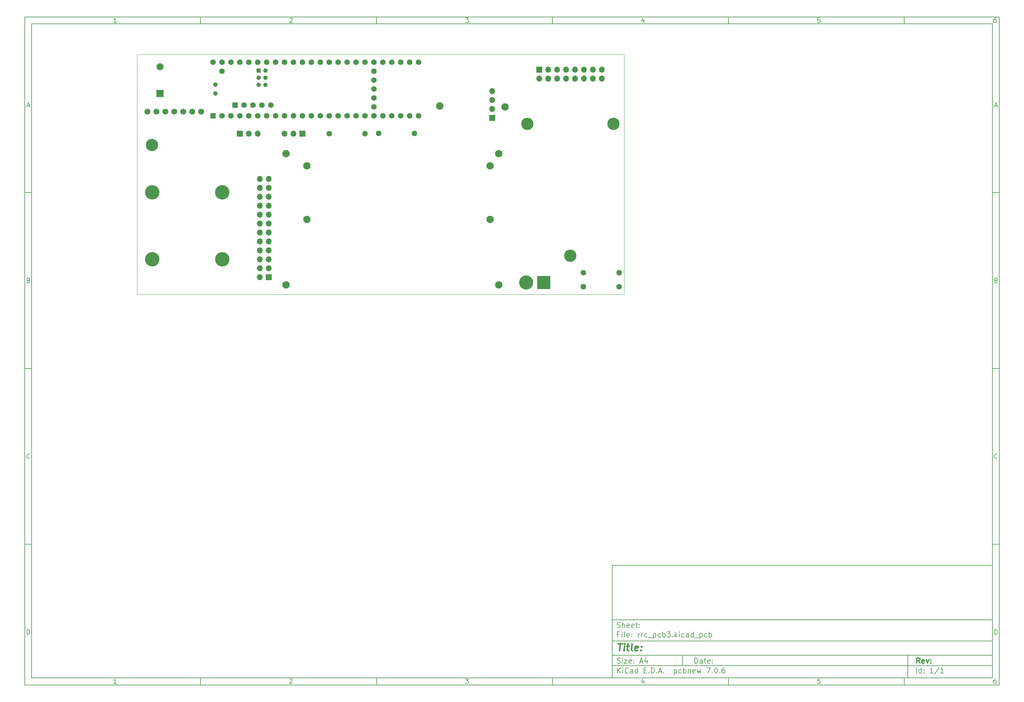
<source format=gbr>
%TF.GenerationSoftware,KiCad,Pcbnew,7.0.6*%
%TF.CreationDate,2023-08-10T16:59:27-04:00*%
%TF.ProjectId,rrc_pcb3,7272635f-7063-4623-932e-6b696361645f,rev?*%
%TF.SameCoordinates,Original*%
%TF.FileFunction,Soldermask,Bot*%
%TF.FilePolarity,Negative*%
%FSLAX46Y46*%
G04 Gerber Fmt 4.6, Leading zero omitted, Abs format (unit mm)*
G04 Created by KiCad (PCBNEW 7.0.6) date 2023-08-10 16:59:27*
%MOMM*%
%LPD*%
G01*
G04 APERTURE LIST*
%ADD10C,0.100000*%
%ADD11C,0.150000*%
%ADD12C,0.300000*%
%ADD13C,0.400000*%
%ADD14C,2.100000*%
%ADD15R,1.700000X1.700000*%
%ADD16O,1.700000X1.700000*%
%ADD17C,4.100000*%
%ADD18O,1.600000X1.600000*%
%ADD19C,1.600000*%
%ADD20C,3.500000*%
%ADD21C,4.000000*%
%ADD22R,3.800000X3.800000*%
%ADD23C,1.300000*%
%ADD24R,1.300000X1.300000*%
%ADD25R,1.600000X1.600000*%
%ADD26C,1.700000*%
%ADD27R,2.000000X2.000000*%
%ADD28C,2.000000*%
%TA.AperFunction,Profile*%
%ADD29C,0.050000*%
%TD*%
G04 APERTURE END LIST*
D10*
D11*
X177002200Y-166007200D02*
X285002200Y-166007200D01*
X285002200Y-198007200D01*
X177002200Y-198007200D01*
X177002200Y-166007200D01*
D10*
D11*
X10000000Y-10000000D02*
X287002200Y-10000000D01*
X287002200Y-200007200D01*
X10000000Y-200007200D01*
X10000000Y-10000000D01*
D10*
D11*
X12000000Y-12000000D02*
X285002200Y-12000000D01*
X285002200Y-198007200D01*
X12000000Y-198007200D01*
X12000000Y-12000000D01*
D10*
D11*
X60000000Y-12000000D02*
X60000000Y-10000000D01*
D10*
D11*
X110000000Y-12000000D02*
X110000000Y-10000000D01*
D10*
D11*
X160000000Y-12000000D02*
X160000000Y-10000000D01*
D10*
D11*
X210000000Y-12000000D02*
X210000000Y-10000000D01*
D10*
D11*
X260000000Y-12000000D02*
X260000000Y-10000000D01*
D10*
D11*
X36089160Y-11593604D02*
X35346303Y-11593604D01*
X35717731Y-11593604D02*
X35717731Y-10293604D01*
X35717731Y-10293604D02*
X35593922Y-10479319D01*
X35593922Y-10479319D02*
X35470112Y-10603128D01*
X35470112Y-10603128D02*
X35346303Y-10665033D01*
D10*
D11*
X85346303Y-10417414D02*
X85408207Y-10355509D01*
X85408207Y-10355509D02*
X85532017Y-10293604D01*
X85532017Y-10293604D02*
X85841541Y-10293604D01*
X85841541Y-10293604D02*
X85965350Y-10355509D01*
X85965350Y-10355509D02*
X86027255Y-10417414D01*
X86027255Y-10417414D02*
X86089160Y-10541223D01*
X86089160Y-10541223D02*
X86089160Y-10665033D01*
X86089160Y-10665033D02*
X86027255Y-10850747D01*
X86027255Y-10850747D02*
X85284398Y-11593604D01*
X85284398Y-11593604D02*
X86089160Y-11593604D01*
D10*
D11*
X135284398Y-10293604D02*
X136089160Y-10293604D01*
X136089160Y-10293604D02*
X135655826Y-10788842D01*
X135655826Y-10788842D02*
X135841541Y-10788842D01*
X135841541Y-10788842D02*
X135965350Y-10850747D01*
X135965350Y-10850747D02*
X136027255Y-10912652D01*
X136027255Y-10912652D02*
X136089160Y-11036461D01*
X136089160Y-11036461D02*
X136089160Y-11345985D01*
X136089160Y-11345985D02*
X136027255Y-11469795D01*
X136027255Y-11469795D02*
X135965350Y-11531700D01*
X135965350Y-11531700D02*
X135841541Y-11593604D01*
X135841541Y-11593604D02*
X135470112Y-11593604D01*
X135470112Y-11593604D02*
X135346303Y-11531700D01*
X135346303Y-11531700D02*
X135284398Y-11469795D01*
D10*
D11*
X185965350Y-10726938D02*
X185965350Y-11593604D01*
X185655826Y-10231700D02*
X185346303Y-11160271D01*
X185346303Y-11160271D02*
X186151064Y-11160271D01*
D10*
D11*
X236027255Y-10293604D02*
X235408207Y-10293604D01*
X235408207Y-10293604D02*
X235346303Y-10912652D01*
X235346303Y-10912652D02*
X235408207Y-10850747D01*
X235408207Y-10850747D02*
X235532017Y-10788842D01*
X235532017Y-10788842D02*
X235841541Y-10788842D01*
X235841541Y-10788842D02*
X235965350Y-10850747D01*
X235965350Y-10850747D02*
X236027255Y-10912652D01*
X236027255Y-10912652D02*
X236089160Y-11036461D01*
X236089160Y-11036461D02*
X236089160Y-11345985D01*
X236089160Y-11345985D02*
X236027255Y-11469795D01*
X236027255Y-11469795D02*
X235965350Y-11531700D01*
X235965350Y-11531700D02*
X235841541Y-11593604D01*
X235841541Y-11593604D02*
X235532017Y-11593604D01*
X235532017Y-11593604D02*
X235408207Y-11531700D01*
X235408207Y-11531700D02*
X235346303Y-11469795D01*
D10*
D11*
X285965350Y-10293604D02*
X285717731Y-10293604D01*
X285717731Y-10293604D02*
X285593922Y-10355509D01*
X285593922Y-10355509D02*
X285532017Y-10417414D01*
X285532017Y-10417414D02*
X285408207Y-10603128D01*
X285408207Y-10603128D02*
X285346303Y-10850747D01*
X285346303Y-10850747D02*
X285346303Y-11345985D01*
X285346303Y-11345985D02*
X285408207Y-11469795D01*
X285408207Y-11469795D02*
X285470112Y-11531700D01*
X285470112Y-11531700D02*
X285593922Y-11593604D01*
X285593922Y-11593604D02*
X285841541Y-11593604D01*
X285841541Y-11593604D02*
X285965350Y-11531700D01*
X285965350Y-11531700D02*
X286027255Y-11469795D01*
X286027255Y-11469795D02*
X286089160Y-11345985D01*
X286089160Y-11345985D02*
X286089160Y-11036461D01*
X286089160Y-11036461D02*
X286027255Y-10912652D01*
X286027255Y-10912652D02*
X285965350Y-10850747D01*
X285965350Y-10850747D02*
X285841541Y-10788842D01*
X285841541Y-10788842D02*
X285593922Y-10788842D01*
X285593922Y-10788842D02*
X285470112Y-10850747D01*
X285470112Y-10850747D02*
X285408207Y-10912652D01*
X285408207Y-10912652D02*
X285346303Y-11036461D01*
D10*
D11*
X60000000Y-198007200D02*
X60000000Y-200007200D01*
D10*
D11*
X110000000Y-198007200D02*
X110000000Y-200007200D01*
D10*
D11*
X160000000Y-198007200D02*
X160000000Y-200007200D01*
D10*
D11*
X210000000Y-198007200D02*
X210000000Y-200007200D01*
D10*
D11*
X260000000Y-198007200D02*
X260000000Y-200007200D01*
D10*
D11*
X36089160Y-199600804D02*
X35346303Y-199600804D01*
X35717731Y-199600804D02*
X35717731Y-198300804D01*
X35717731Y-198300804D02*
X35593922Y-198486519D01*
X35593922Y-198486519D02*
X35470112Y-198610328D01*
X35470112Y-198610328D02*
X35346303Y-198672233D01*
D10*
D11*
X85346303Y-198424614D02*
X85408207Y-198362709D01*
X85408207Y-198362709D02*
X85532017Y-198300804D01*
X85532017Y-198300804D02*
X85841541Y-198300804D01*
X85841541Y-198300804D02*
X85965350Y-198362709D01*
X85965350Y-198362709D02*
X86027255Y-198424614D01*
X86027255Y-198424614D02*
X86089160Y-198548423D01*
X86089160Y-198548423D02*
X86089160Y-198672233D01*
X86089160Y-198672233D02*
X86027255Y-198857947D01*
X86027255Y-198857947D02*
X85284398Y-199600804D01*
X85284398Y-199600804D02*
X86089160Y-199600804D01*
D10*
D11*
X135284398Y-198300804D02*
X136089160Y-198300804D01*
X136089160Y-198300804D02*
X135655826Y-198796042D01*
X135655826Y-198796042D02*
X135841541Y-198796042D01*
X135841541Y-198796042D02*
X135965350Y-198857947D01*
X135965350Y-198857947D02*
X136027255Y-198919852D01*
X136027255Y-198919852D02*
X136089160Y-199043661D01*
X136089160Y-199043661D02*
X136089160Y-199353185D01*
X136089160Y-199353185D02*
X136027255Y-199476995D01*
X136027255Y-199476995D02*
X135965350Y-199538900D01*
X135965350Y-199538900D02*
X135841541Y-199600804D01*
X135841541Y-199600804D02*
X135470112Y-199600804D01*
X135470112Y-199600804D02*
X135346303Y-199538900D01*
X135346303Y-199538900D02*
X135284398Y-199476995D01*
D10*
D11*
X185965350Y-198734138D02*
X185965350Y-199600804D01*
X185655826Y-198238900D02*
X185346303Y-199167471D01*
X185346303Y-199167471D02*
X186151064Y-199167471D01*
D10*
D11*
X236027255Y-198300804D02*
X235408207Y-198300804D01*
X235408207Y-198300804D02*
X235346303Y-198919852D01*
X235346303Y-198919852D02*
X235408207Y-198857947D01*
X235408207Y-198857947D02*
X235532017Y-198796042D01*
X235532017Y-198796042D02*
X235841541Y-198796042D01*
X235841541Y-198796042D02*
X235965350Y-198857947D01*
X235965350Y-198857947D02*
X236027255Y-198919852D01*
X236027255Y-198919852D02*
X236089160Y-199043661D01*
X236089160Y-199043661D02*
X236089160Y-199353185D01*
X236089160Y-199353185D02*
X236027255Y-199476995D01*
X236027255Y-199476995D02*
X235965350Y-199538900D01*
X235965350Y-199538900D02*
X235841541Y-199600804D01*
X235841541Y-199600804D02*
X235532017Y-199600804D01*
X235532017Y-199600804D02*
X235408207Y-199538900D01*
X235408207Y-199538900D02*
X235346303Y-199476995D01*
D10*
D11*
X285965350Y-198300804D02*
X285717731Y-198300804D01*
X285717731Y-198300804D02*
X285593922Y-198362709D01*
X285593922Y-198362709D02*
X285532017Y-198424614D01*
X285532017Y-198424614D02*
X285408207Y-198610328D01*
X285408207Y-198610328D02*
X285346303Y-198857947D01*
X285346303Y-198857947D02*
X285346303Y-199353185D01*
X285346303Y-199353185D02*
X285408207Y-199476995D01*
X285408207Y-199476995D02*
X285470112Y-199538900D01*
X285470112Y-199538900D02*
X285593922Y-199600804D01*
X285593922Y-199600804D02*
X285841541Y-199600804D01*
X285841541Y-199600804D02*
X285965350Y-199538900D01*
X285965350Y-199538900D02*
X286027255Y-199476995D01*
X286027255Y-199476995D02*
X286089160Y-199353185D01*
X286089160Y-199353185D02*
X286089160Y-199043661D01*
X286089160Y-199043661D02*
X286027255Y-198919852D01*
X286027255Y-198919852D02*
X285965350Y-198857947D01*
X285965350Y-198857947D02*
X285841541Y-198796042D01*
X285841541Y-198796042D02*
X285593922Y-198796042D01*
X285593922Y-198796042D02*
X285470112Y-198857947D01*
X285470112Y-198857947D02*
X285408207Y-198919852D01*
X285408207Y-198919852D02*
X285346303Y-199043661D01*
D10*
D11*
X10000000Y-60000000D02*
X12000000Y-60000000D01*
D10*
D11*
X10000000Y-110000000D02*
X12000000Y-110000000D01*
D10*
D11*
X10000000Y-160000000D02*
X12000000Y-160000000D01*
D10*
D11*
X10690476Y-35222176D02*
X11309523Y-35222176D01*
X10566666Y-35593604D02*
X10999999Y-34293604D01*
X10999999Y-34293604D02*
X11433333Y-35593604D01*
D10*
D11*
X11092857Y-84912652D02*
X11278571Y-84974557D01*
X11278571Y-84974557D02*
X11340476Y-85036461D01*
X11340476Y-85036461D02*
X11402380Y-85160271D01*
X11402380Y-85160271D02*
X11402380Y-85345985D01*
X11402380Y-85345985D02*
X11340476Y-85469795D01*
X11340476Y-85469795D02*
X11278571Y-85531700D01*
X11278571Y-85531700D02*
X11154761Y-85593604D01*
X11154761Y-85593604D02*
X10659523Y-85593604D01*
X10659523Y-85593604D02*
X10659523Y-84293604D01*
X10659523Y-84293604D02*
X11092857Y-84293604D01*
X11092857Y-84293604D02*
X11216666Y-84355509D01*
X11216666Y-84355509D02*
X11278571Y-84417414D01*
X11278571Y-84417414D02*
X11340476Y-84541223D01*
X11340476Y-84541223D02*
X11340476Y-84665033D01*
X11340476Y-84665033D02*
X11278571Y-84788842D01*
X11278571Y-84788842D02*
X11216666Y-84850747D01*
X11216666Y-84850747D02*
X11092857Y-84912652D01*
X11092857Y-84912652D02*
X10659523Y-84912652D01*
D10*
D11*
X11402380Y-135469795D02*
X11340476Y-135531700D01*
X11340476Y-135531700D02*
X11154761Y-135593604D01*
X11154761Y-135593604D02*
X11030952Y-135593604D01*
X11030952Y-135593604D02*
X10845238Y-135531700D01*
X10845238Y-135531700D02*
X10721428Y-135407890D01*
X10721428Y-135407890D02*
X10659523Y-135284080D01*
X10659523Y-135284080D02*
X10597619Y-135036461D01*
X10597619Y-135036461D02*
X10597619Y-134850747D01*
X10597619Y-134850747D02*
X10659523Y-134603128D01*
X10659523Y-134603128D02*
X10721428Y-134479319D01*
X10721428Y-134479319D02*
X10845238Y-134355509D01*
X10845238Y-134355509D02*
X11030952Y-134293604D01*
X11030952Y-134293604D02*
X11154761Y-134293604D01*
X11154761Y-134293604D02*
X11340476Y-134355509D01*
X11340476Y-134355509D02*
X11402380Y-134417414D01*
D10*
D11*
X10659523Y-185593604D02*
X10659523Y-184293604D01*
X10659523Y-184293604D02*
X10969047Y-184293604D01*
X10969047Y-184293604D02*
X11154761Y-184355509D01*
X11154761Y-184355509D02*
X11278571Y-184479319D01*
X11278571Y-184479319D02*
X11340476Y-184603128D01*
X11340476Y-184603128D02*
X11402380Y-184850747D01*
X11402380Y-184850747D02*
X11402380Y-185036461D01*
X11402380Y-185036461D02*
X11340476Y-185284080D01*
X11340476Y-185284080D02*
X11278571Y-185407890D01*
X11278571Y-185407890D02*
X11154761Y-185531700D01*
X11154761Y-185531700D02*
X10969047Y-185593604D01*
X10969047Y-185593604D02*
X10659523Y-185593604D01*
D10*
D11*
X287002200Y-60000000D02*
X285002200Y-60000000D01*
D10*
D11*
X287002200Y-110000000D02*
X285002200Y-110000000D01*
D10*
D11*
X287002200Y-160000000D02*
X285002200Y-160000000D01*
D10*
D11*
X285692676Y-35222176D02*
X286311723Y-35222176D01*
X285568866Y-35593604D02*
X286002199Y-34293604D01*
X286002199Y-34293604D02*
X286435533Y-35593604D01*
D10*
D11*
X286095057Y-84912652D02*
X286280771Y-84974557D01*
X286280771Y-84974557D02*
X286342676Y-85036461D01*
X286342676Y-85036461D02*
X286404580Y-85160271D01*
X286404580Y-85160271D02*
X286404580Y-85345985D01*
X286404580Y-85345985D02*
X286342676Y-85469795D01*
X286342676Y-85469795D02*
X286280771Y-85531700D01*
X286280771Y-85531700D02*
X286156961Y-85593604D01*
X286156961Y-85593604D02*
X285661723Y-85593604D01*
X285661723Y-85593604D02*
X285661723Y-84293604D01*
X285661723Y-84293604D02*
X286095057Y-84293604D01*
X286095057Y-84293604D02*
X286218866Y-84355509D01*
X286218866Y-84355509D02*
X286280771Y-84417414D01*
X286280771Y-84417414D02*
X286342676Y-84541223D01*
X286342676Y-84541223D02*
X286342676Y-84665033D01*
X286342676Y-84665033D02*
X286280771Y-84788842D01*
X286280771Y-84788842D02*
X286218866Y-84850747D01*
X286218866Y-84850747D02*
X286095057Y-84912652D01*
X286095057Y-84912652D02*
X285661723Y-84912652D01*
D10*
D11*
X286404580Y-135469795D02*
X286342676Y-135531700D01*
X286342676Y-135531700D02*
X286156961Y-135593604D01*
X286156961Y-135593604D02*
X286033152Y-135593604D01*
X286033152Y-135593604D02*
X285847438Y-135531700D01*
X285847438Y-135531700D02*
X285723628Y-135407890D01*
X285723628Y-135407890D02*
X285661723Y-135284080D01*
X285661723Y-135284080D02*
X285599819Y-135036461D01*
X285599819Y-135036461D02*
X285599819Y-134850747D01*
X285599819Y-134850747D02*
X285661723Y-134603128D01*
X285661723Y-134603128D02*
X285723628Y-134479319D01*
X285723628Y-134479319D02*
X285847438Y-134355509D01*
X285847438Y-134355509D02*
X286033152Y-134293604D01*
X286033152Y-134293604D02*
X286156961Y-134293604D01*
X286156961Y-134293604D02*
X286342676Y-134355509D01*
X286342676Y-134355509D02*
X286404580Y-134417414D01*
D10*
D11*
X285661723Y-185593604D02*
X285661723Y-184293604D01*
X285661723Y-184293604D02*
X285971247Y-184293604D01*
X285971247Y-184293604D02*
X286156961Y-184355509D01*
X286156961Y-184355509D02*
X286280771Y-184479319D01*
X286280771Y-184479319D02*
X286342676Y-184603128D01*
X286342676Y-184603128D02*
X286404580Y-184850747D01*
X286404580Y-184850747D02*
X286404580Y-185036461D01*
X286404580Y-185036461D02*
X286342676Y-185284080D01*
X286342676Y-185284080D02*
X286280771Y-185407890D01*
X286280771Y-185407890D02*
X286156961Y-185531700D01*
X286156961Y-185531700D02*
X285971247Y-185593604D01*
X285971247Y-185593604D02*
X285661723Y-185593604D01*
D10*
D11*
X200458026Y-193793328D02*
X200458026Y-192293328D01*
X200458026Y-192293328D02*
X200815169Y-192293328D01*
X200815169Y-192293328D02*
X201029455Y-192364757D01*
X201029455Y-192364757D02*
X201172312Y-192507614D01*
X201172312Y-192507614D02*
X201243741Y-192650471D01*
X201243741Y-192650471D02*
X201315169Y-192936185D01*
X201315169Y-192936185D02*
X201315169Y-193150471D01*
X201315169Y-193150471D02*
X201243741Y-193436185D01*
X201243741Y-193436185D02*
X201172312Y-193579042D01*
X201172312Y-193579042D02*
X201029455Y-193721900D01*
X201029455Y-193721900D02*
X200815169Y-193793328D01*
X200815169Y-193793328D02*
X200458026Y-193793328D01*
X202600884Y-193793328D02*
X202600884Y-193007614D01*
X202600884Y-193007614D02*
X202529455Y-192864757D01*
X202529455Y-192864757D02*
X202386598Y-192793328D01*
X202386598Y-192793328D02*
X202100884Y-192793328D01*
X202100884Y-192793328D02*
X201958026Y-192864757D01*
X202600884Y-193721900D02*
X202458026Y-193793328D01*
X202458026Y-193793328D02*
X202100884Y-193793328D01*
X202100884Y-193793328D02*
X201958026Y-193721900D01*
X201958026Y-193721900D02*
X201886598Y-193579042D01*
X201886598Y-193579042D02*
X201886598Y-193436185D01*
X201886598Y-193436185D02*
X201958026Y-193293328D01*
X201958026Y-193293328D02*
X202100884Y-193221900D01*
X202100884Y-193221900D02*
X202458026Y-193221900D01*
X202458026Y-193221900D02*
X202600884Y-193150471D01*
X203100884Y-192793328D02*
X203672312Y-192793328D01*
X203315169Y-192293328D02*
X203315169Y-193579042D01*
X203315169Y-193579042D02*
X203386598Y-193721900D01*
X203386598Y-193721900D02*
X203529455Y-193793328D01*
X203529455Y-193793328D02*
X203672312Y-193793328D01*
X204743741Y-193721900D02*
X204600884Y-193793328D01*
X204600884Y-193793328D02*
X204315170Y-193793328D01*
X204315170Y-193793328D02*
X204172312Y-193721900D01*
X204172312Y-193721900D02*
X204100884Y-193579042D01*
X204100884Y-193579042D02*
X204100884Y-193007614D01*
X204100884Y-193007614D02*
X204172312Y-192864757D01*
X204172312Y-192864757D02*
X204315170Y-192793328D01*
X204315170Y-192793328D02*
X204600884Y-192793328D01*
X204600884Y-192793328D02*
X204743741Y-192864757D01*
X204743741Y-192864757D02*
X204815170Y-193007614D01*
X204815170Y-193007614D02*
X204815170Y-193150471D01*
X204815170Y-193150471D02*
X204100884Y-193293328D01*
X205458026Y-193650471D02*
X205529455Y-193721900D01*
X205529455Y-193721900D02*
X205458026Y-193793328D01*
X205458026Y-193793328D02*
X205386598Y-193721900D01*
X205386598Y-193721900D02*
X205458026Y-193650471D01*
X205458026Y-193650471D02*
X205458026Y-193793328D01*
X205458026Y-192864757D02*
X205529455Y-192936185D01*
X205529455Y-192936185D02*
X205458026Y-193007614D01*
X205458026Y-193007614D02*
X205386598Y-192936185D01*
X205386598Y-192936185D02*
X205458026Y-192864757D01*
X205458026Y-192864757D02*
X205458026Y-193007614D01*
D10*
D11*
X177002200Y-194507200D02*
X285002200Y-194507200D01*
D10*
D11*
X178458026Y-196593328D02*
X178458026Y-195093328D01*
X179315169Y-196593328D02*
X178672312Y-195736185D01*
X179315169Y-195093328D02*
X178458026Y-195950471D01*
X179958026Y-196593328D02*
X179958026Y-195593328D01*
X179958026Y-195093328D02*
X179886598Y-195164757D01*
X179886598Y-195164757D02*
X179958026Y-195236185D01*
X179958026Y-195236185D02*
X180029455Y-195164757D01*
X180029455Y-195164757D02*
X179958026Y-195093328D01*
X179958026Y-195093328D02*
X179958026Y-195236185D01*
X181529455Y-196450471D02*
X181458027Y-196521900D01*
X181458027Y-196521900D02*
X181243741Y-196593328D01*
X181243741Y-196593328D02*
X181100884Y-196593328D01*
X181100884Y-196593328D02*
X180886598Y-196521900D01*
X180886598Y-196521900D02*
X180743741Y-196379042D01*
X180743741Y-196379042D02*
X180672312Y-196236185D01*
X180672312Y-196236185D02*
X180600884Y-195950471D01*
X180600884Y-195950471D02*
X180600884Y-195736185D01*
X180600884Y-195736185D02*
X180672312Y-195450471D01*
X180672312Y-195450471D02*
X180743741Y-195307614D01*
X180743741Y-195307614D02*
X180886598Y-195164757D01*
X180886598Y-195164757D02*
X181100884Y-195093328D01*
X181100884Y-195093328D02*
X181243741Y-195093328D01*
X181243741Y-195093328D02*
X181458027Y-195164757D01*
X181458027Y-195164757D02*
X181529455Y-195236185D01*
X182815170Y-196593328D02*
X182815170Y-195807614D01*
X182815170Y-195807614D02*
X182743741Y-195664757D01*
X182743741Y-195664757D02*
X182600884Y-195593328D01*
X182600884Y-195593328D02*
X182315170Y-195593328D01*
X182315170Y-195593328D02*
X182172312Y-195664757D01*
X182815170Y-196521900D02*
X182672312Y-196593328D01*
X182672312Y-196593328D02*
X182315170Y-196593328D01*
X182315170Y-196593328D02*
X182172312Y-196521900D01*
X182172312Y-196521900D02*
X182100884Y-196379042D01*
X182100884Y-196379042D02*
X182100884Y-196236185D01*
X182100884Y-196236185D02*
X182172312Y-196093328D01*
X182172312Y-196093328D02*
X182315170Y-196021900D01*
X182315170Y-196021900D02*
X182672312Y-196021900D01*
X182672312Y-196021900D02*
X182815170Y-195950471D01*
X184172313Y-196593328D02*
X184172313Y-195093328D01*
X184172313Y-196521900D02*
X184029455Y-196593328D01*
X184029455Y-196593328D02*
X183743741Y-196593328D01*
X183743741Y-196593328D02*
X183600884Y-196521900D01*
X183600884Y-196521900D02*
X183529455Y-196450471D01*
X183529455Y-196450471D02*
X183458027Y-196307614D01*
X183458027Y-196307614D02*
X183458027Y-195879042D01*
X183458027Y-195879042D02*
X183529455Y-195736185D01*
X183529455Y-195736185D02*
X183600884Y-195664757D01*
X183600884Y-195664757D02*
X183743741Y-195593328D01*
X183743741Y-195593328D02*
X184029455Y-195593328D01*
X184029455Y-195593328D02*
X184172313Y-195664757D01*
X186029455Y-195807614D02*
X186529455Y-195807614D01*
X186743741Y-196593328D02*
X186029455Y-196593328D01*
X186029455Y-196593328D02*
X186029455Y-195093328D01*
X186029455Y-195093328D02*
X186743741Y-195093328D01*
X187386598Y-196450471D02*
X187458027Y-196521900D01*
X187458027Y-196521900D02*
X187386598Y-196593328D01*
X187386598Y-196593328D02*
X187315170Y-196521900D01*
X187315170Y-196521900D02*
X187386598Y-196450471D01*
X187386598Y-196450471D02*
X187386598Y-196593328D01*
X188100884Y-196593328D02*
X188100884Y-195093328D01*
X188100884Y-195093328D02*
X188458027Y-195093328D01*
X188458027Y-195093328D02*
X188672313Y-195164757D01*
X188672313Y-195164757D02*
X188815170Y-195307614D01*
X188815170Y-195307614D02*
X188886599Y-195450471D01*
X188886599Y-195450471D02*
X188958027Y-195736185D01*
X188958027Y-195736185D02*
X188958027Y-195950471D01*
X188958027Y-195950471D02*
X188886599Y-196236185D01*
X188886599Y-196236185D02*
X188815170Y-196379042D01*
X188815170Y-196379042D02*
X188672313Y-196521900D01*
X188672313Y-196521900D02*
X188458027Y-196593328D01*
X188458027Y-196593328D02*
X188100884Y-196593328D01*
X189600884Y-196450471D02*
X189672313Y-196521900D01*
X189672313Y-196521900D02*
X189600884Y-196593328D01*
X189600884Y-196593328D02*
X189529456Y-196521900D01*
X189529456Y-196521900D02*
X189600884Y-196450471D01*
X189600884Y-196450471D02*
X189600884Y-196593328D01*
X190243742Y-196164757D02*
X190958028Y-196164757D01*
X190100885Y-196593328D02*
X190600885Y-195093328D01*
X190600885Y-195093328D02*
X191100885Y-196593328D01*
X191600884Y-196450471D02*
X191672313Y-196521900D01*
X191672313Y-196521900D02*
X191600884Y-196593328D01*
X191600884Y-196593328D02*
X191529456Y-196521900D01*
X191529456Y-196521900D02*
X191600884Y-196450471D01*
X191600884Y-196450471D02*
X191600884Y-196593328D01*
X194600884Y-195593328D02*
X194600884Y-197093328D01*
X194600884Y-195664757D02*
X194743742Y-195593328D01*
X194743742Y-195593328D02*
X195029456Y-195593328D01*
X195029456Y-195593328D02*
X195172313Y-195664757D01*
X195172313Y-195664757D02*
X195243742Y-195736185D01*
X195243742Y-195736185D02*
X195315170Y-195879042D01*
X195315170Y-195879042D02*
X195315170Y-196307614D01*
X195315170Y-196307614D02*
X195243742Y-196450471D01*
X195243742Y-196450471D02*
X195172313Y-196521900D01*
X195172313Y-196521900D02*
X195029456Y-196593328D01*
X195029456Y-196593328D02*
X194743742Y-196593328D01*
X194743742Y-196593328D02*
X194600884Y-196521900D01*
X196600885Y-196521900D02*
X196458027Y-196593328D01*
X196458027Y-196593328D02*
X196172313Y-196593328D01*
X196172313Y-196593328D02*
X196029456Y-196521900D01*
X196029456Y-196521900D02*
X195958027Y-196450471D01*
X195958027Y-196450471D02*
X195886599Y-196307614D01*
X195886599Y-196307614D02*
X195886599Y-195879042D01*
X195886599Y-195879042D02*
X195958027Y-195736185D01*
X195958027Y-195736185D02*
X196029456Y-195664757D01*
X196029456Y-195664757D02*
X196172313Y-195593328D01*
X196172313Y-195593328D02*
X196458027Y-195593328D01*
X196458027Y-195593328D02*
X196600885Y-195664757D01*
X197243741Y-196593328D02*
X197243741Y-195093328D01*
X197243741Y-195664757D02*
X197386599Y-195593328D01*
X197386599Y-195593328D02*
X197672313Y-195593328D01*
X197672313Y-195593328D02*
X197815170Y-195664757D01*
X197815170Y-195664757D02*
X197886599Y-195736185D01*
X197886599Y-195736185D02*
X197958027Y-195879042D01*
X197958027Y-195879042D02*
X197958027Y-196307614D01*
X197958027Y-196307614D02*
X197886599Y-196450471D01*
X197886599Y-196450471D02*
X197815170Y-196521900D01*
X197815170Y-196521900D02*
X197672313Y-196593328D01*
X197672313Y-196593328D02*
X197386599Y-196593328D01*
X197386599Y-196593328D02*
X197243741Y-196521900D01*
X198600884Y-195593328D02*
X198600884Y-196593328D01*
X198600884Y-195736185D02*
X198672313Y-195664757D01*
X198672313Y-195664757D02*
X198815170Y-195593328D01*
X198815170Y-195593328D02*
X199029456Y-195593328D01*
X199029456Y-195593328D02*
X199172313Y-195664757D01*
X199172313Y-195664757D02*
X199243742Y-195807614D01*
X199243742Y-195807614D02*
X199243742Y-196593328D01*
X200529456Y-196521900D02*
X200386599Y-196593328D01*
X200386599Y-196593328D02*
X200100885Y-196593328D01*
X200100885Y-196593328D02*
X199958027Y-196521900D01*
X199958027Y-196521900D02*
X199886599Y-196379042D01*
X199886599Y-196379042D02*
X199886599Y-195807614D01*
X199886599Y-195807614D02*
X199958027Y-195664757D01*
X199958027Y-195664757D02*
X200100885Y-195593328D01*
X200100885Y-195593328D02*
X200386599Y-195593328D01*
X200386599Y-195593328D02*
X200529456Y-195664757D01*
X200529456Y-195664757D02*
X200600885Y-195807614D01*
X200600885Y-195807614D02*
X200600885Y-195950471D01*
X200600885Y-195950471D02*
X199886599Y-196093328D01*
X201100884Y-195593328D02*
X201386599Y-196593328D01*
X201386599Y-196593328D02*
X201672313Y-195879042D01*
X201672313Y-195879042D02*
X201958027Y-196593328D01*
X201958027Y-196593328D02*
X202243741Y-195593328D01*
X203815170Y-195093328D02*
X204815170Y-195093328D01*
X204815170Y-195093328D02*
X204172313Y-196593328D01*
X205386598Y-196450471D02*
X205458027Y-196521900D01*
X205458027Y-196521900D02*
X205386598Y-196593328D01*
X205386598Y-196593328D02*
X205315170Y-196521900D01*
X205315170Y-196521900D02*
X205386598Y-196450471D01*
X205386598Y-196450471D02*
X205386598Y-196593328D01*
X206386599Y-195093328D02*
X206529456Y-195093328D01*
X206529456Y-195093328D02*
X206672313Y-195164757D01*
X206672313Y-195164757D02*
X206743742Y-195236185D01*
X206743742Y-195236185D02*
X206815170Y-195379042D01*
X206815170Y-195379042D02*
X206886599Y-195664757D01*
X206886599Y-195664757D02*
X206886599Y-196021900D01*
X206886599Y-196021900D02*
X206815170Y-196307614D01*
X206815170Y-196307614D02*
X206743742Y-196450471D01*
X206743742Y-196450471D02*
X206672313Y-196521900D01*
X206672313Y-196521900D02*
X206529456Y-196593328D01*
X206529456Y-196593328D02*
X206386599Y-196593328D01*
X206386599Y-196593328D02*
X206243742Y-196521900D01*
X206243742Y-196521900D02*
X206172313Y-196450471D01*
X206172313Y-196450471D02*
X206100884Y-196307614D01*
X206100884Y-196307614D02*
X206029456Y-196021900D01*
X206029456Y-196021900D02*
X206029456Y-195664757D01*
X206029456Y-195664757D02*
X206100884Y-195379042D01*
X206100884Y-195379042D02*
X206172313Y-195236185D01*
X206172313Y-195236185D02*
X206243742Y-195164757D01*
X206243742Y-195164757D02*
X206386599Y-195093328D01*
X207529455Y-196450471D02*
X207600884Y-196521900D01*
X207600884Y-196521900D02*
X207529455Y-196593328D01*
X207529455Y-196593328D02*
X207458027Y-196521900D01*
X207458027Y-196521900D02*
X207529455Y-196450471D01*
X207529455Y-196450471D02*
X207529455Y-196593328D01*
X208886599Y-195093328D02*
X208600884Y-195093328D01*
X208600884Y-195093328D02*
X208458027Y-195164757D01*
X208458027Y-195164757D02*
X208386599Y-195236185D01*
X208386599Y-195236185D02*
X208243741Y-195450471D01*
X208243741Y-195450471D02*
X208172313Y-195736185D01*
X208172313Y-195736185D02*
X208172313Y-196307614D01*
X208172313Y-196307614D02*
X208243741Y-196450471D01*
X208243741Y-196450471D02*
X208315170Y-196521900D01*
X208315170Y-196521900D02*
X208458027Y-196593328D01*
X208458027Y-196593328D02*
X208743741Y-196593328D01*
X208743741Y-196593328D02*
X208886599Y-196521900D01*
X208886599Y-196521900D02*
X208958027Y-196450471D01*
X208958027Y-196450471D02*
X209029456Y-196307614D01*
X209029456Y-196307614D02*
X209029456Y-195950471D01*
X209029456Y-195950471D02*
X208958027Y-195807614D01*
X208958027Y-195807614D02*
X208886599Y-195736185D01*
X208886599Y-195736185D02*
X208743741Y-195664757D01*
X208743741Y-195664757D02*
X208458027Y-195664757D01*
X208458027Y-195664757D02*
X208315170Y-195736185D01*
X208315170Y-195736185D02*
X208243741Y-195807614D01*
X208243741Y-195807614D02*
X208172313Y-195950471D01*
D10*
D11*
X177002200Y-191507200D02*
X285002200Y-191507200D01*
D10*
D12*
X264413853Y-193785528D02*
X263913853Y-193071242D01*
X263556710Y-193785528D02*
X263556710Y-192285528D01*
X263556710Y-192285528D02*
X264128139Y-192285528D01*
X264128139Y-192285528D02*
X264270996Y-192356957D01*
X264270996Y-192356957D02*
X264342425Y-192428385D01*
X264342425Y-192428385D02*
X264413853Y-192571242D01*
X264413853Y-192571242D02*
X264413853Y-192785528D01*
X264413853Y-192785528D02*
X264342425Y-192928385D01*
X264342425Y-192928385D02*
X264270996Y-192999814D01*
X264270996Y-192999814D02*
X264128139Y-193071242D01*
X264128139Y-193071242D02*
X263556710Y-193071242D01*
X265628139Y-193714100D02*
X265485282Y-193785528D01*
X265485282Y-193785528D02*
X265199568Y-193785528D01*
X265199568Y-193785528D02*
X265056710Y-193714100D01*
X265056710Y-193714100D02*
X264985282Y-193571242D01*
X264985282Y-193571242D02*
X264985282Y-192999814D01*
X264985282Y-192999814D02*
X265056710Y-192856957D01*
X265056710Y-192856957D02*
X265199568Y-192785528D01*
X265199568Y-192785528D02*
X265485282Y-192785528D01*
X265485282Y-192785528D02*
X265628139Y-192856957D01*
X265628139Y-192856957D02*
X265699568Y-192999814D01*
X265699568Y-192999814D02*
X265699568Y-193142671D01*
X265699568Y-193142671D02*
X264985282Y-193285528D01*
X266199567Y-192785528D02*
X266556710Y-193785528D01*
X266556710Y-193785528D02*
X266913853Y-192785528D01*
X267485281Y-193642671D02*
X267556710Y-193714100D01*
X267556710Y-193714100D02*
X267485281Y-193785528D01*
X267485281Y-193785528D02*
X267413853Y-193714100D01*
X267413853Y-193714100D02*
X267485281Y-193642671D01*
X267485281Y-193642671D02*
X267485281Y-193785528D01*
X267485281Y-192856957D02*
X267556710Y-192928385D01*
X267556710Y-192928385D02*
X267485281Y-192999814D01*
X267485281Y-192999814D02*
X267413853Y-192928385D01*
X267413853Y-192928385D02*
X267485281Y-192856957D01*
X267485281Y-192856957D02*
X267485281Y-192999814D01*
D10*
D11*
X178386598Y-193721900D02*
X178600884Y-193793328D01*
X178600884Y-193793328D02*
X178958026Y-193793328D01*
X178958026Y-193793328D02*
X179100884Y-193721900D01*
X179100884Y-193721900D02*
X179172312Y-193650471D01*
X179172312Y-193650471D02*
X179243741Y-193507614D01*
X179243741Y-193507614D02*
X179243741Y-193364757D01*
X179243741Y-193364757D02*
X179172312Y-193221900D01*
X179172312Y-193221900D02*
X179100884Y-193150471D01*
X179100884Y-193150471D02*
X178958026Y-193079042D01*
X178958026Y-193079042D02*
X178672312Y-193007614D01*
X178672312Y-193007614D02*
X178529455Y-192936185D01*
X178529455Y-192936185D02*
X178458026Y-192864757D01*
X178458026Y-192864757D02*
X178386598Y-192721900D01*
X178386598Y-192721900D02*
X178386598Y-192579042D01*
X178386598Y-192579042D02*
X178458026Y-192436185D01*
X178458026Y-192436185D02*
X178529455Y-192364757D01*
X178529455Y-192364757D02*
X178672312Y-192293328D01*
X178672312Y-192293328D02*
X179029455Y-192293328D01*
X179029455Y-192293328D02*
X179243741Y-192364757D01*
X179886597Y-193793328D02*
X179886597Y-192793328D01*
X179886597Y-192293328D02*
X179815169Y-192364757D01*
X179815169Y-192364757D02*
X179886597Y-192436185D01*
X179886597Y-192436185D02*
X179958026Y-192364757D01*
X179958026Y-192364757D02*
X179886597Y-192293328D01*
X179886597Y-192293328D02*
X179886597Y-192436185D01*
X180458026Y-192793328D02*
X181243741Y-192793328D01*
X181243741Y-192793328D02*
X180458026Y-193793328D01*
X180458026Y-193793328D02*
X181243741Y-193793328D01*
X182386598Y-193721900D02*
X182243741Y-193793328D01*
X182243741Y-193793328D02*
X181958027Y-193793328D01*
X181958027Y-193793328D02*
X181815169Y-193721900D01*
X181815169Y-193721900D02*
X181743741Y-193579042D01*
X181743741Y-193579042D02*
X181743741Y-193007614D01*
X181743741Y-193007614D02*
X181815169Y-192864757D01*
X181815169Y-192864757D02*
X181958027Y-192793328D01*
X181958027Y-192793328D02*
X182243741Y-192793328D01*
X182243741Y-192793328D02*
X182386598Y-192864757D01*
X182386598Y-192864757D02*
X182458027Y-193007614D01*
X182458027Y-193007614D02*
X182458027Y-193150471D01*
X182458027Y-193150471D02*
X181743741Y-193293328D01*
X183100883Y-193650471D02*
X183172312Y-193721900D01*
X183172312Y-193721900D02*
X183100883Y-193793328D01*
X183100883Y-193793328D02*
X183029455Y-193721900D01*
X183029455Y-193721900D02*
X183100883Y-193650471D01*
X183100883Y-193650471D02*
X183100883Y-193793328D01*
X183100883Y-192864757D02*
X183172312Y-192936185D01*
X183172312Y-192936185D02*
X183100883Y-193007614D01*
X183100883Y-193007614D02*
X183029455Y-192936185D01*
X183029455Y-192936185D02*
X183100883Y-192864757D01*
X183100883Y-192864757D02*
X183100883Y-193007614D01*
X184886598Y-193364757D02*
X185600884Y-193364757D01*
X184743741Y-193793328D02*
X185243741Y-192293328D01*
X185243741Y-192293328D02*
X185743741Y-193793328D01*
X186886598Y-192793328D02*
X186886598Y-193793328D01*
X186529455Y-192221900D02*
X186172312Y-193293328D01*
X186172312Y-193293328D02*
X187100883Y-193293328D01*
D10*
D11*
X263458026Y-196593328D02*
X263458026Y-195093328D01*
X264815170Y-196593328D02*
X264815170Y-195093328D01*
X264815170Y-196521900D02*
X264672312Y-196593328D01*
X264672312Y-196593328D02*
X264386598Y-196593328D01*
X264386598Y-196593328D02*
X264243741Y-196521900D01*
X264243741Y-196521900D02*
X264172312Y-196450471D01*
X264172312Y-196450471D02*
X264100884Y-196307614D01*
X264100884Y-196307614D02*
X264100884Y-195879042D01*
X264100884Y-195879042D02*
X264172312Y-195736185D01*
X264172312Y-195736185D02*
X264243741Y-195664757D01*
X264243741Y-195664757D02*
X264386598Y-195593328D01*
X264386598Y-195593328D02*
X264672312Y-195593328D01*
X264672312Y-195593328D02*
X264815170Y-195664757D01*
X265529455Y-196450471D02*
X265600884Y-196521900D01*
X265600884Y-196521900D02*
X265529455Y-196593328D01*
X265529455Y-196593328D02*
X265458027Y-196521900D01*
X265458027Y-196521900D02*
X265529455Y-196450471D01*
X265529455Y-196450471D02*
X265529455Y-196593328D01*
X265529455Y-195664757D02*
X265600884Y-195736185D01*
X265600884Y-195736185D02*
X265529455Y-195807614D01*
X265529455Y-195807614D02*
X265458027Y-195736185D01*
X265458027Y-195736185D02*
X265529455Y-195664757D01*
X265529455Y-195664757D02*
X265529455Y-195807614D01*
X268172313Y-196593328D02*
X267315170Y-196593328D01*
X267743741Y-196593328D02*
X267743741Y-195093328D01*
X267743741Y-195093328D02*
X267600884Y-195307614D01*
X267600884Y-195307614D02*
X267458027Y-195450471D01*
X267458027Y-195450471D02*
X267315170Y-195521900D01*
X269886598Y-195021900D02*
X268600884Y-196950471D01*
X271172313Y-196593328D02*
X270315170Y-196593328D01*
X270743741Y-196593328D02*
X270743741Y-195093328D01*
X270743741Y-195093328D02*
X270600884Y-195307614D01*
X270600884Y-195307614D02*
X270458027Y-195450471D01*
X270458027Y-195450471D02*
X270315170Y-195521900D01*
D10*
D11*
X177002200Y-187507200D02*
X285002200Y-187507200D01*
D10*
D13*
X178693928Y-188211638D02*
X179836785Y-188211638D01*
X179015357Y-190211638D02*
X179265357Y-188211638D01*
X180253452Y-190211638D02*
X180420119Y-188878304D01*
X180503452Y-188211638D02*
X180396309Y-188306876D01*
X180396309Y-188306876D02*
X180479643Y-188402114D01*
X180479643Y-188402114D02*
X180586786Y-188306876D01*
X180586786Y-188306876D02*
X180503452Y-188211638D01*
X180503452Y-188211638D02*
X180479643Y-188402114D01*
X181086786Y-188878304D02*
X181848690Y-188878304D01*
X181455833Y-188211638D02*
X181241548Y-189925923D01*
X181241548Y-189925923D02*
X181312976Y-190116400D01*
X181312976Y-190116400D02*
X181491548Y-190211638D01*
X181491548Y-190211638D02*
X181682024Y-190211638D01*
X182634405Y-190211638D02*
X182455833Y-190116400D01*
X182455833Y-190116400D02*
X182384405Y-189925923D01*
X182384405Y-189925923D02*
X182598690Y-188211638D01*
X184170119Y-190116400D02*
X183967738Y-190211638D01*
X183967738Y-190211638D02*
X183586785Y-190211638D01*
X183586785Y-190211638D02*
X183408214Y-190116400D01*
X183408214Y-190116400D02*
X183336785Y-189925923D01*
X183336785Y-189925923D02*
X183432024Y-189164019D01*
X183432024Y-189164019D02*
X183551071Y-188973542D01*
X183551071Y-188973542D02*
X183753452Y-188878304D01*
X183753452Y-188878304D02*
X184134404Y-188878304D01*
X184134404Y-188878304D02*
X184312976Y-188973542D01*
X184312976Y-188973542D02*
X184384404Y-189164019D01*
X184384404Y-189164019D02*
X184360595Y-189354495D01*
X184360595Y-189354495D02*
X183384404Y-189544971D01*
X185134405Y-190021161D02*
X185217738Y-190116400D01*
X185217738Y-190116400D02*
X185110595Y-190211638D01*
X185110595Y-190211638D02*
X185027262Y-190116400D01*
X185027262Y-190116400D02*
X185134405Y-190021161D01*
X185134405Y-190021161D02*
X185110595Y-190211638D01*
X185265357Y-188973542D02*
X185348690Y-189068780D01*
X185348690Y-189068780D02*
X185241548Y-189164019D01*
X185241548Y-189164019D02*
X185158214Y-189068780D01*
X185158214Y-189068780D02*
X185265357Y-188973542D01*
X185265357Y-188973542D02*
X185241548Y-189164019D01*
D10*
D11*
X178958026Y-185607614D02*
X178458026Y-185607614D01*
X178458026Y-186393328D02*
X178458026Y-184893328D01*
X178458026Y-184893328D02*
X179172312Y-184893328D01*
X179743740Y-186393328D02*
X179743740Y-185393328D01*
X179743740Y-184893328D02*
X179672312Y-184964757D01*
X179672312Y-184964757D02*
X179743740Y-185036185D01*
X179743740Y-185036185D02*
X179815169Y-184964757D01*
X179815169Y-184964757D02*
X179743740Y-184893328D01*
X179743740Y-184893328D02*
X179743740Y-185036185D01*
X180672312Y-186393328D02*
X180529455Y-186321900D01*
X180529455Y-186321900D02*
X180458026Y-186179042D01*
X180458026Y-186179042D02*
X180458026Y-184893328D01*
X181815169Y-186321900D02*
X181672312Y-186393328D01*
X181672312Y-186393328D02*
X181386598Y-186393328D01*
X181386598Y-186393328D02*
X181243740Y-186321900D01*
X181243740Y-186321900D02*
X181172312Y-186179042D01*
X181172312Y-186179042D02*
X181172312Y-185607614D01*
X181172312Y-185607614D02*
X181243740Y-185464757D01*
X181243740Y-185464757D02*
X181386598Y-185393328D01*
X181386598Y-185393328D02*
X181672312Y-185393328D01*
X181672312Y-185393328D02*
X181815169Y-185464757D01*
X181815169Y-185464757D02*
X181886598Y-185607614D01*
X181886598Y-185607614D02*
X181886598Y-185750471D01*
X181886598Y-185750471D02*
X181172312Y-185893328D01*
X182529454Y-186250471D02*
X182600883Y-186321900D01*
X182600883Y-186321900D02*
X182529454Y-186393328D01*
X182529454Y-186393328D02*
X182458026Y-186321900D01*
X182458026Y-186321900D02*
X182529454Y-186250471D01*
X182529454Y-186250471D02*
X182529454Y-186393328D01*
X182529454Y-185464757D02*
X182600883Y-185536185D01*
X182600883Y-185536185D02*
X182529454Y-185607614D01*
X182529454Y-185607614D02*
X182458026Y-185536185D01*
X182458026Y-185536185D02*
X182529454Y-185464757D01*
X182529454Y-185464757D02*
X182529454Y-185607614D01*
X184386597Y-186393328D02*
X184386597Y-185393328D01*
X184386597Y-185679042D02*
X184458026Y-185536185D01*
X184458026Y-185536185D02*
X184529455Y-185464757D01*
X184529455Y-185464757D02*
X184672312Y-185393328D01*
X184672312Y-185393328D02*
X184815169Y-185393328D01*
X185315168Y-186393328D02*
X185315168Y-185393328D01*
X185315168Y-185679042D02*
X185386597Y-185536185D01*
X185386597Y-185536185D02*
X185458026Y-185464757D01*
X185458026Y-185464757D02*
X185600883Y-185393328D01*
X185600883Y-185393328D02*
X185743740Y-185393328D01*
X186886597Y-186321900D02*
X186743739Y-186393328D01*
X186743739Y-186393328D02*
X186458025Y-186393328D01*
X186458025Y-186393328D02*
X186315168Y-186321900D01*
X186315168Y-186321900D02*
X186243739Y-186250471D01*
X186243739Y-186250471D02*
X186172311Y-186107614D01*
X186172311Y-186107614D02*
X186172311Y-185679042D01*
X186172311Y-185679042D02*
X186243739Y-185536185D01*
X186243739Y-185536185D02*
X186315168Y-185464757D01*
X186315168Y-185464757D02*
X186458025Y-185393328D01*
X186458025Y-185393328D02*
X186743739Y-185393328D01*
X186743739Y-185393328D02*
X186886597Y-185464757D01*
X187172311Y-186536185D02*
X188315168Y-186536185D01*
X188672310Y-185393328D02*
X188672310Y-186893328D01*
X188672310Y-185464757D02*
X188815168Y-185393328D01*
X188815168Y-185393328D02*
X189100882Y-185393328D01*
X189100882Y-185393328D02*
X189243739Y-185464757D01*
X189243739Y-185464757D02*
X189315168Y-185536185D01*
X189315168Y-185536185D02*
X189386596Y-185679042D01*
X189386596Y-185679042D02*
X189386596Y-186107614D01*
X189386596Y-186107614D02*
X189315168Y-186250471D01*
X189315168Y-186250471D02*
X189243739Y-186321900D01*
X189243739Y-186321900D02*
X189100882Y-186393328D01*
X189100882Y-186393328D02*
X188815168Y-186393328D01*
X188815168Y-186393328D02*
X188672310Y-186321900D01*
X190672311Y-186321900D02*
X190529453Y-186393328D01*
X190529453Y-186393328D02*
X190243739Y-186393328D01*
X190243739Y-186393328D02*
X190100882Y-186321900D01*
X190100882Y-186321900D02*
X190029453Y-186250471D01*
X190029453Y-186250471D02*
X189958025Y-186107614D01*
X189958025Y-186107614D02*
X189958025Y-185679042D01*
X189958025Y-185679042D02*
X190029453Y-185536185D01*
X190029453Y-185536185D02*
X190100882Y-185464757D01*
X190100882Y-185464757D02*
X190243739Y-185393328D01*
X190243739Y-185393328D02*
X190529453Y-185393328D01*
X190529453Y-185393328D02*
X190672311Y-185464757D01*
X191315167Y-186393328D02*
X191315167Y-184893328D01*
X191315167Y-185464757D02*
X191458025Y-185393328D01*
X191458025Y-185393328D02*
X191743739Y-185393328D01*
X191743739Y-185393328D02*
X191886596Y-185464757D01*
X191886596Y-185464757D02*
X191958025Y-185536185D01*
X191958025Y-185536185D02*
X192029453Y-185679042D01*
X192029453Y-185679042D02*
X192029453Y-186107614D01*
X192029453Y-186107614D02*
X191958025Y-186250471D01*
X191958025Y-186250471D02*
X191886596Y-186321900D01*
X191886596Y-186321900D02*
X191743739Y-186393328D01*
X191743739Y-186393328D02*
X191458025Y-186393328D01*
X191458025Y-186393328D02*
X191315167Y-186321900D01*
X192529453Y-184893328D02*
X193458025Y-184893328D01*
X193458025Y-184893328D02*
X192958025Y-185464757D01*
X192958025Y-185464757D02*
X193172310Y-185464757D01*
X193172310Y-185464757D02*
X193315168Y-185536185D01*
X193315168Y-185536185D02*
X193386596Y-185607614D01*
X193386596Y-185607614D02*
X193458025Y-185750471D01*
X193458025Y-185750471D02*
X193458025Y-186107614D01*
X193458025Y-186107614D02*
X193386596Y-186250471D01*
X193386596Y-186250471D02*
X193315168Y-186321900D01*
X193315168Y-186321900D02*
X193172310Y-186393328D01*
X193172310Y-186393328D02*
X192743739Y-186393328D01*
X192743739Y-186393328D02*
X192600882Y-186321900D01*
X192600882Y-186321900D02*
X192529453Y-186250471D01*
X194100881Y-186250471D02*
X194172310Y-186321900D01*
X194172310Y-186321900D02*
X194100881Y-186393328D01*
X194100881Y-186393328D02*
X194029453Y-186321900D01*
X194029453Y-186321900D02*
X194100881Y-186250471D01*
X194100881Y-186250471D02*
X194100881Y-186393328D01*
X194815167Y-186393328D02*
X194815167Y-184893328D01*
X194958025Y-185821900D02*
X195386596Y-186393328D01*
X195386596Y-185393328D02*
X194815167Y-185964757D01*
X196029453Y-186393328D02*
X196029453Y-185393328D01*
X196029453Y-184893328D02*
X195958025Y-184964757D01*
X195958025Y-184964757D02*
X196029453Y-185036185D01*
X196029453Y-185036185D02*
X196100882Y-184964757D01*
X196100882Y-184964757D02*
X196029453Y-184893328D01*
X196029453Y-184893328D02*
X196029453Y-185036185D01*
X197386597Y-186321900D02*
X197243739Y-186393328D01*
X197243739Y-186393328D02*
X196958025Y-186393328D01*
X196958025Y-186393328D02*
X196815168Y-186321900D01*
X196815168Y-186321900D02*
X196743739Y-186250471D01*
X196743739Y-186250471D02*
X196672311Y-186107614D01*
X196672311Y-186107614D02*
X196672311Y-185679042D01*
X196672311Y-185679042D02*
X196743739Y-185536185D01*
X196743739Y-185536185D02*
X196815168Y-185464757D01*
X196815168Y-185464757D02*
X196958025Y-185393328D01*
X196958025Y-185393328D02*
X197243739Y-185393328D01*
X197243739Y-185393328D02*
X197386597Y-185464757D01*
X198672311Y-186393328D02*
X198672311Y-185607614D01*
X198672311Y-185607614D02*
X198600882Y-185464757D01*
X198600882Y-185464757D02*
X198458025Y-185393328D01*
X198458025Y-185393328D02*
X198172311Y-185393328D01*
X198172311Y-185393328D02*
X198029453Y-185464757D01*
X198672311Y-186321900D02*
X198529453Y-186393328D01*
X198529453Y-186393328D02*
X198172311Y-186393328D01*
X198172311Y-186393328D02*
X198029453Y-186321900D01*
X198029453Y-186321900D02*
X197958025Y-186179042D01*
X197958025Y-186179042D02*
X197958025Y-186036185D01*
X197958025Y-186036185D02*
X198029453Y-185893328D01*
X198029453Y-185893328D02*
X198172311Y-185821900D01*
X198172311Y-185821900D02*
X198529453Y-185821900D01*
X198529453Y-185821900D02*
X198672311Y-185750471D01*
X200029454Y-186393328D02*
X200029454Y-184893328D01*
X200029454Y-186321900D02*
X199886596Y-186393328D01*
X199886596Y-186393328D02*
X199600882Y-186393328D01*
X199600882Y-186393328D02*
X199458025Y-186321900D01*
X199458025Y-186321900D02*
X199386596Y-186250471D01*
X199386596Y-186250471D02*
X199315168Y-186107614D01*
X199315168Y-186107614D02*
X199315168Y-185679042D01*
X199315168Y-185679042D02*
X199386596Y-185536185D01*
X199386596Y-185536185D02*
X199458025Y-185464757D01*
X199458025Y-185464757D02*
X199600882Y-185393328D01*
X199600882Y-185393328D02*
X199886596Y-185393328D01*
X199886596Y-185393328D02*
X200029454Y-185464757D01*
X200386597Y-186536185D02*
X201529454Y-186536185D01*
X201886596Y-185393328D02*
X201886596Y-186893328D01*
X201886596Y-185464757D02*
X202029454Y-185393328D01*
X202029454Y-185393328D02*
X202315168Y-185393328D01*
X202315168Y-185393328D02*
X202458025Y-185464757D01*
X202458025Y-185464757D02*
X202529454Y-185536185D01*
X202529454Y-185536185D02*
X202600882Y-185679042D01*
X202600882Y-185679042D02*
X202600882Y-186107614D01*
X202600882Y-186107614D02*
X202529454Y-186250471D01*
X202529454Y-186250471D02*
X202458025Y-186321900D01*
X202458025Y-186321900D02*
X202315168Y-186393328D01*
X202315168Y-186393328D02*
X202029454Y-186393328D01*
X202029454Y-186393328D02*
X201886596Y-186321900D01*
X203886597Y-186321900D02*
X203743739Y-186393328D01*
X203743739Y-186393328D02*
X203458025Y-186393328D01*
X203458025Y-186393328D02*
X203315168Y-186321900D01*
X203315168Y-186321900D02*
X203243739Y-186250471D01*
X203243739Y-186250471D02*
X203172311Y-186107614D01*
X203172311Y-186107614D02*
X203172311Y-185679042D01*
X203172311Y-185679042D02*
X203243739Y-185536185D01*
X203243739Y-185536185D02*
X203315168Y-185464757D01*
X203315168Y-185464757D02*
X203458025Y-185393328D01*
X203458025Y-185393328D02*
X203743739Y-185393328D01*
X203743739Y-185393328D02*
X203886597Y-185464757D01*
X204529453Y-186393328D02*
X204529453Y-184893328D01*
X204529453Y-185464757D02*
X204672311Y-185393328D01*
X204672311Y-185393328D02*
X204958025Y-185393328D01*
X204958025Y-185393328D02*
X205100882Y-185464757D01*
X205100882Y-185464757D02*
X205172311Y-185536185D01*
X205172311Y-185536185D02*
X205243739Y-185679042D01*
X205243739Y-185679042D02*
X205243739Y-186107614D01*
X205243739Y-186107614D02*
X205172311Y-186250471D01*
X205172311Y-186250471D02*
X205100882Y-186321900D01*
X205100882Y-186321900D02*
X204958025Y-186393328D01*
X204958025Y-186393328D02*
X204672311Y-186393328D01*
X204672311Y-186393328D02*
X204529453Y-186321900D01*
D10*
D11*
X177002200Y-181507200D02*
X285002200Y-181507200D01*
D10*
D11*
X178386598Y-183621900D02*
X178600884Y-183693328D01*
X178600884Y-183693328D02*
X178958026Y-183693328D01*
X178958026Y-183693328D02*
X179100884Y-183621900D01*
X179100884Y-183621900D02*
X179172312Y-183550471D01*
X179172312Y-183550471D02*
X179243741Y-183407614D01*
X179243741Y-183407614D02*
X179243741Y-183264757D01*
X179243741Y-183264757D02*
X179172312Y-183121900D01*
X179172312Y-183121900D02*
X179100884Y-183050471D01*
X179100884Y-183050471D02*
X178958026Y-182979042D01*
X178958026Y-182979042D02*
X178672312Y-182907614D01*
X178672312Y-182907614D02*
X178529455Y-182836185D01*
X178529455Y-182836185D02*
X178458026Y-182764757D01*
X178458026Y-182764757D02*
X178386598Y-182621900D01*
X178386598Y-182621900D02*
X178386598Y-182479042D01*
X178386598Y-182479042D02*
X178458026Y-182336185D01*
X178458026Y-182336185D02*
X178529455Y-182264757D01*
X178529455Y-182264757D02*
X178672312Y-182193328D01*
X178672312Y-182193328D02*
X179029455Y-182193328D01*
X179029455Y-182193328D02*
X179243741Y-182264757D01*
X179886597Y-183693328D02*
X179886597Y-182193328D01*
X180529455Y-183693328D02*
X180529455Y-182907614D01*
X180529455Y-182907614D02*
X180458026Y-182764757D01*
X180458026Y-182764757D02*
X180315169Y-182693328D01*
X180315169Y-182693328D02*
X180100883Y-182693328D01*
X180100883Y-182693328D02*
X179958026Y-182764757D01*
X179958026Y-182764757D02*
X179886597Y-182836185D01*
X181815169Y-183621900D02*
X181672312Y-183693328D01*
X181672312Y-183693328D02*
X181386598Y-183693328D01*
X181386598Y-183693328D02*
X181243740Y-183621900D01*
X181243740Y-183621900D02*
X181172312Y-183479042D01*
X181172312Y-183479042D02*
X181172312Y-182907614D01*
X181172312Y-182907614D02*
X181243740Y-182764757D01*
X181243740Y-182764757D02*
X181386598Y-182693328D01*
X181386598Y-182693328D02*
X181672312Y-182693328D01*
X181672312Y-182693328D02*
X181815169Y-182764757D01*
X181815169Y-182764757D02*
X181886598Y-182907614D01*
X181886598Y-182907614D02*
X181886598Y-183050471D01*
X181886598Y-183050471D02*
X181172312Y-183193328D01*
X183100883Y-183621900D02*
X182958026Y-183693328D01*
X182958026Y-183693328D02*
X182672312Y-183693328D01*
X182672312Y-183693328D02*
X182529454Y-183621900D01*
X182529454Y-183621900D02*
X182458026Y-183479042D01*
X182458026Y-183479042D02*
X182458026Y-182907614D01*
X182458026Y-182907614D02*
X182529454Y-182764757D01*
X182529454Y-182764757D02*
X182672312Y-182693328D01*
X182672312Y-182693328D02*
X182958026Y-182693328D01*
X182958026Y-182693328D02*
X183100883Y-182764757D01*
X183100883Y-182764757D02*
X183172312Y-182907614D01*
X183172312Y-182907614D02*
X183172312Y-183050471D01*
X183172312Y-183050471D02*
X182458026Y-183193328D01*
X183600883Y-182693328D02*
X184172311Y-182693328D01*
X183815168Y-182193328D02*
X183815168Y-183479042D01*
X183815168Y-183479042D02*
X183886597Y-183621900D01*
X183886597Y-183621900D02*
X184029454Y-183693328D01*
X184029454Y-183693328D02*
X184172311Y-183693328D01*
X184672311Y-183550471D02*
X184743740Y-183621900D01*
X184743740Y-183621900D02*
X184672311Y-183693328D01*
X184672311Y-183693328D02*
X184600883Y-183621900D01*
X184600883Y-183621900D02*
X184672311Y-183550471D01*
X184672311Y-183550471D02*
X184672311Y-183693328D01*
X184672311Y-182764757D02*
X184743740Y-182836185D01*
X184743740Y-182836185D02*
X184672311Y-182907614D01*
X184672311Y-182907614D02*
X184600883Y-182836185D01*
X184600883Y-182836185D02*
X184672311Y-182764757D01*
X184672311Y-182764757D02*
X184672311Y-182907614D01*
D10*
D12*
D10*
D11*
D10*
D11*
D10*
D11*
D10*
D11*
D10*
D11*
X197002200Y-191507200D02*
X197002200Y-194507200D01*
D10*
D11*
X261002200Y-191507200D02*
X261002200Y-198007200D01*
D14*
%TO.C,U3*%
X127934249Y-35316925D03*
X146514797Y-35571831D03*
D15*
X142884358Y-38706925D03*
D16*
X142884358Y-36166925D03*
X142884358Y-33626925D03*
X142884358Y-31086925D03*
%TD*%
D14*
%TO.C,U7*%
X144741777Y-86243679D03*
X144741777Y-48883679D03*
X84241777Y-86243679D03*
X84241777Y-48883679D03*
X142241777Y-52323679D03*
X142241777Y-67563679D03*
X90241777Y-67563679D03*
X90241777Y-52323679D03*
%TD*%
D17*
%TO.C,U4*%
X66148695Y-78974231D03*
X66148695Y-59924231D03*
X46263599Y-78974231D03*
X46263599Y-59924231D03*
D15*
X79368599Y-84054231D03*
D16*
X76828599Y-84054231D03*
X79368599Y-81514231D03*
X76828599Y-81514231D03*
X79368599Y-78974231D03*
X76828599Y-78974231D03*
X79368599Y-76434231D03*
X76828599Y-76434231D03*
X79368599Y-73894231D03*
X76828599Y-73894231D03*
X79368599Y-71354231D03*
X76828599Y-71354231D03*
X79368599Y-68814231D03*
X76828599Y-68814231D03*
X79368599Y-66274231D03*
X76828599Y-66274231D03*
X79368599Y-63734231D03*
X76828599Y-63734231D03*
X79368599Y-61194231D03*
X76828599Y-61194231D03*
X79368599Y-58654231D03*
X76828599Y-58654231D03*
X79368599Y-56114231D03*
X76828599Y-56114231D03*
%TD*%
D18*
%TO.C,R2*%
X106680000Y-43180000D03*
D19*
X96520000Y-43180000D03*
%TD*%
D16*
%TO.C,U1*%
X174020052Y-27583676D03*
X174020052Y-25043676D03*
X171480052Y-27583676D03*
X171480052Y-25043676D03*
X168940052Y-27583676D03*
X168940052Y-25043676D03*
X166400052Y-27583676D03*
X166400052Y-25043676D03*
X163860052Y-27583676D03*
X163860052Y-25043676D03*
X161320052Y-27583676D03*
X161320052Y-25043676D03*
X158780052Y-27583676D03*
X158780052Y-25043676D03*
X156240052Y-27583676D03*
D15*
X156240052Y-25043676D03*
D20*
X152832312Y-40425556D03*
X165082312Y-77925556D03*
X177332312Y-40425556D03*
%TD*%
D18*
%TO.C,R3*%
X178943102Y-82712958D03*
D19*
X168783102Y-82712958D03*
%TD*%
%TO.C,R4*%
X178943102Y-86704287D03*
D18*
X168783102Y-86704287D03*
%TD*%
%TO.C,R1*%
X120774838Y-43116036D03*
D19*
X110614838Y-43116036D03*
%TD*%
D21*
%TO.C,J1*%
X152480000Y-85537678D03*
D22*
X157480000Y-85537678D03*
%TD*%
D23*
%TO.C,U2*%
X64230000Y-31750000D03*
X64230000Y-29210000D03*
X78470000Y-25298400D03*
X78470000Y-27298400D03*
X78470000Y-29298400D03*
X76470000Y-29298400D03*
X76470000Y-27298400D03*
D24*
X76470000Y-25298400D03*
D19*
X79959200Y-35049200D03*
X77419200Y-35049200D03*
X74879200Y-35049200D03*
X72339200Y-35049200D03*
D25*
X69799200Y-35049200D03*
D19*
X109220000Y-25400000D03*
X109220000Y-27940000D03*
X109220000Y-30480000D03*
X109220000Y-33020000D03*
X109220000Y-35560000D03*
X66040000Y-25400000D03*
X63500000Y-22860000D03*
X66040000Y-22860000D03*
X68580000Y-22860000D03*
X71120000Y-22860000D03*
X73660000Y-22860000D03*
X76200000Y-22860000D03*
X78740000Y-22860000D03*
X81280000Y-22860000D03*
X83820000Y-22860000D03*
X86360000Y-22860000D03*
X88900000Y-22860000D03*
X91440000Y-22860000D03*
X93980000Y-22860000D03*
X96520000Y-22860000D03*
X99060000Y-22860000D03*
X101600000Y-22860000D03*
X104140000Y-22860000D03*
X106680000Y-22860000D03*
X109220000Y-22860000D03*
X111760000Y-22860000D03*
X114300000Y-22860000D03*
X116840000Y-22860000D03*
X119380000Y-22860000D03*
X121920000Y-22860000D03*
X121920000Y-38100000D03*
X119380000Y-38100000D03*
X116840000Y-38100000D03*
X114300000Y-38100000D03*
X111760000Y-38100000D03*
X109220000Y-38100000D03*
X106680000Y-38100000D03*
X104140000Y-38100000D03*
X101600000Y-38100000D03*
X99060000Y-38100000D03*
X96520000Y-38100000D03*
X93980000Y-38100000D03*
X91440000Y-38100000D03*
X88900000Y-38100000D03*
X86360000Y-38100000D03*
X83820000Y-38100000D03*
X81280000Y-38100000D03*
X78740000Y-38100000D03*
X76200000Y-38100000D03*
X73660000Y-38100000D03*
X71120000Y-38100000D03*
X68580000Y-38100000D03*
X66040000Y-38100000D03*
D25*
X63500000Y-38100000D03*
%TD*%
D16*
%TO.C,J2*%
X83820000Y-43180000D03*
X86360000Y-43180000D03*
D15*
X88900000Y-43180000D03*
%TD*%
D20*
%TO.C,U5*%
X46153617Y-46429940D03*
D26*
X60123617Y-36924940D03*
X57583617Y-36924940D03*
X55043617Y-36924940D03*
X52503617Y-36924940D03*
X49963617Y-36924940D03*
X47423617Y-36924940D03*
X44883617Y-36924940D03*
%TD*%
D27*
%TO.C,BZ1*%
X48467845Y-31778236D03*
D28*
X48467845Y-24178236D03*
%TD*%
D15*
%TO.C,J3*%
X71120000Y-43180000D03*
D16*
X73660000Y-43180000D03*
X76200000Y-43180000D03*
%TD*%
D29*
X41910000Y-20656715D02*
X180340000Y-20656715D01*
X180340000Y-88900000D01*
X41910000Y-88900000D01*
X41910000Y-20656715D01*
M02*

</source>
